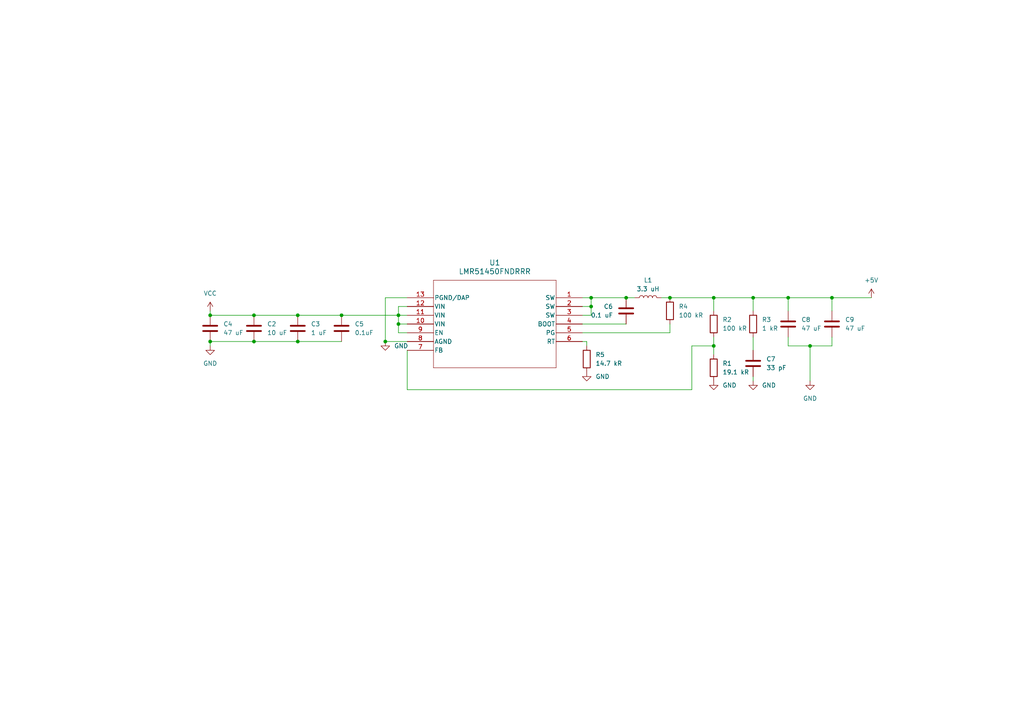
<source format=kicad_sch>
(kicad_sch (version 20231120) (generator "eeschema") (generator_version "8.0")
  (paper "A4")
  (lib_symbols
    (symbol "Device:C" (pin_numbers hide) (pin_names (offset 0.254))
      (property "Reference" "C" (at 0.635 2.54 0))
      (property "Value" "C" (at 0.635 -2.54 0))
      (symbol "C_0_1"
        (polyline (pts (xy -2.032 -0.762) (xy 2.032 -0.762)) (stroke (width 0.508)))
        (polyline (pts (xy -2.032 0.762) (xy 2.032 0.762)) (stroke (width 0.508)))
      )
      (symbol "C_1_1"
        (pin passive line (at 0 3.81 270) (length 2.794) (name "~") (number "1"))
        (pin passive line (at 0 -3.81 90) (length 2.794) (name "~") (number "2"))
      )
    )
    (symbol "Device:L" (pin_numbers hide) (pin_names (offset 1.016) hide)
      (property "Reference" "L" (at -1.27 0 90))
      (property "Value" "L" (at 1.905 0 90))
      (symbol "L_0_1"
        (arc (start 0 -2.54) (mid 0.6323 -1.905) (end 0 -1.27))
        (arc (start 0 -1.27) (mid 0.6323 -0.635) (end 0 0))
        (arc (start 0 0) (mid 0.6323 0.635) (end 0 1.27))
        (arc (start 0 1.27) (mid 0.6323 1.905) (end 0 2.54))
      )
      (symbol "L_1_1"
        (pin passive line (at 0 3.81 270) (length 1.27) (name "1") (number "1"))
        (pin passive line (at 0 -3.81 90) (length 1.27) (name "2") (number "2"))
      )
    )
    (symbol "Device:R" (pin_numbers hide) (pin_names (offset 0))
      (property "Reference" "R" (at 2.032 0 90))
      (property "Value" "R" (at 0 0 90))
      (symbol "R_0_1"
        (rectangle (start -1.016 -2.54) (end 1.016 2.54) (stroke (width 0.254)))
      )
      (symbol "R_1_1"
        (pin passive line (at 0 3.81 270) (length 1.27) (name "~") (number "1"))
        (pin passive line (at 0 -3.81 90) (length 1.27) (name "~") (number "2"))
      )
    )
    (symbol "power:+5V" (power) (pin_names (offset 0))
      (property "Value" "+5V" (at 0 3.556 0))
      (symbol "+5V_0_1"
        (polyline (pts (xy -0.762 1.27) (xy 0 2.54)))
        (polyline (pts (xy 0 0) (xy 0 2.54)))
        (polyline (pts (xy 0 2.54) (xy 0.762 1.27)))
      )
      (symbol "+5V_1_1"
        (pin power_in line (at 0 0 90) (length 0) hide (name "+5V") (number "1"))
      )
    )
    (symbol "power:GND" (power) (pin_names (offset 0))
      (property "Value" "GND" (at 0 -3.81 0))
      (symbol "GND_0_1"
        (polyline (pts (xy 0 0) (xy 0 -1.27) (xy 1.27 -1.27) (xy 0 -2.54) (xy -1.27 -1.27) (xy 0 -1.27)))
      )
      (symbol "GND_1_1"
        (pin power_in line (at 0 0 270) (length 0) hide (name "GND") (number "1"))
      )
    )
    (symbol "power:VCC" (power) (pin_names (offset 0))
      (property "Value" "VCC" (at 0 3.81 0))
      (symbol "VCC_0_1"
        (polyline (pts (xy -0.762 1.27) (xy 0 2.54)))
        (polyline (pts (xy 0 0) (xy 0 2.54)))
        (polyline (pts (xy 0 2.54) (xy 0.762 1.27)))
      )
      (symbol "VCC_1_1"
        (pin power_in line (at 0 0 90) (length 0) hide (name "VCC") (number "1"))
      )
    )
    (symbol "rephat-symbols:LMR51450FNDRRR" (pin_names (offset 0.254))
      (property "Reference" "U" (at 25.4 10.16 0))
      (property "Value" "LMR51450FNDRRR" (at 25.4 7.62 0))
      (symbol "LMR51450FNDRRR_0_1"
        (polyline (pts (xy 7.62 -20.32) (xy 43.18 -20.32)) (stroke (width 0.127)))
        (polyline (pts (xy 7.62 5.08) (xy 7.62 -20.32)) (stroke (width 0.127)))
        (polyline (pts (xy 43.18 -20.32) (xy 43.18 5.08)) (stroke (width 0.127)))
        (polyline (pts (xy 43.18 5.08) (xy 7.62 5.08)) (stroke (width 0.127)))
        (pin unspecified line (at 0 0 0) (length 7.62) (name "SW") (number "1"))
        (pin unspecified line (at 50.8 -7.62 180) (length 7.62) (name "VIN") (number "10"))
        (pin unspecified line (at 50.8 -5.08 180) (length 7.62) (name "VIN") (number "11"))
        (pin unspecified line (at 50.8 -2.54 180) (length 7.62) (name "VIN") (number "12"))
        (pin power_out line (at 50.8 0 180) (length 7.62) (name "PGND/DAP") (number "13"))
        (pin unspecified line (at 0 -2.54 0) (length 7.62) (name "SW") (number "2"))
        (pin unspecified line (at 0 -5.08 0) (length 7.62) (name "SW") (number "3"))
        (pin unspecified line (at 0 -7.62 0) (length 7.62) (name "BOOT") (number "4"))
        (pin unspecified line (at 0 -10.16 0) (length 7.62) (name "PG") (number "5"))
        (pin unspecified line (at 50.8 -15.24 180) (length 7.62) (name "FB") (number "7"))
        (pin power_out line (at 50.8 -12.7 180) (length 7.62) (name "AGND") (number "8"))
        (pin unspecified line (at 50.8 -10.16 180) (length 7.62) (name "EN") (number "9"))
      )
      (symbol "LMR51450FNDRRR_1_1"
        (pin unspecified line (at 0 -12.7 0) (length 7.62) (name "RT") (number "6"))
      )
    )
  )
  (junction (at 207.01 86.36))
  (junction (at 228.6 86.36))
  (junction (at 73.66 99.06))
  (junction (at 181.61 86.36))
  (junction (at 73.66 91.44))
  (junction (at 171.45 86.36))
  (junction (at 115.57 91.44))
  (junction (at 218.44 86.36))
  (junction (at 234.95 100.33))
  (junction (at 60.96 99.06))
  (junction (at 60.96 91.44))
  (junction (at 99.06 91.44))
  (junction (at 115.57 93.98))
  (junction (at 86.36 91.44))
  (junction (at 241.3 86.36))
  (junction (at 207.01 100.33))
  (junction (at 171.45 88.9))
  (junction (at 111.76 99.06))
  (junction (at 194.31 86.36))
  (junction (at 86.36 99.06))
  (wire (pts (xy 170.18 99.06) (xy 170.18 100.33)))
  (wire (pts (xy 73.66 99.06) (xy 86.36 99.06)))
  (wire (pts (xy 168.91 96.52) (xy 194.31 96.52)))
  (wire (pts (xy 168.91 93.98) (xy 181.61 93.98)))
  (wire (pts (xy 218.44 86.36) (xy 228.6 86.36)))
  (wire (pts (xy 171.45 86.36) (xy 181.61 86.36)))
  (wire (pts (xy 234.95 110.49) (xy 234.95 100.33)))
  (wire (pts (xy 168.91 99.06) (xy 170.18 99.06)))
  (wire (pts (xy 168.91 86.36) (xy 171.45 86.36)))
  (wire (pts (xy 200.66 100.33) (xy 200.66 113.03)))
  (wire (pts (xy 228.6 86.36) (xy 241.3 86.36)))
  (wire (pts (xy 207.01 100.33) (xy 207.01 102.87)))
  (wire (pts (xy 171.45 88.9) (xy 171.45 91.44)))
  (wire (pts (xy 73.66 91.44) (xy 86.36 91.44)))
  (wire (pts (xy 60.96 91.44) (xy 73.66 91.44)))
  (wire (pts (xy 228.6 100.33) (xy 228.6 97.79)))
  (wire (pts (xy 115.57 93.98) (xy 115.57 91.44)))
  (wire (pts (xy 241.3 100.33) (xy 241.3 97.79)))
  (wire (pts (xy 171.45 86.36) (xy 171.45 88.9)))
  (wire (pts (xy 115.57 88.9) (xy 118.11 88.9)))
  (wire (pts (xy 111.76 86.36) (xy 111.76 99.06)))
  (wire (pts (xy 111.76 86.36) (xy 118.11 86.36)))
  (wire (pts (xy 115.57 91.44) (xy 115.57 88.9)))
  (wire (pts (xy 115.57 96.52) (xy 115.57 93.98)))
  (wire (pts (xy 171.45 91.44) (xy 168.91 91.44)))
  (wire (pts (xy 207.01 100.33) (xy 200.66 100.33)))
  (wire (pts (xy 200.66 113.03) (xy 118.11 113.03)))
  (wire (pts (xy 115.57 93.98) (xy 118.11 93.98)))
  (wire (pts (xy 218.44 86.36) (xy 218.44 90.17)))
  (wire (pts (xy 228.6 100.33) (xy 234.95 100.33)))
  (wire (pts (xy 99.06 91.44) (xy 115.57 91.44)))
  (wire (pts (xy 207.01 86.36) (xy 207.01 90.17)))
  (wire (pts (xy 118.11 113.03) (xy 118.11 101.6)))
  (wire (pts (xy 218.44 97.79) (xy 218.44 101.6)))
  (wire (pts (xy 184.15 86.36) (xy 181.61 86.36)))
  (wire (pts (xy 86.36 99.06) (xy 99.06 99.06)))
  (wire (pts (xy 241.3 86.36) (xy 241.3 90.17)))
  (wire (pts (xy 194.31 96.52) (xy 194.31 93.98)))
  (wire (pts (xy 228.6 86.36) (xy 228.6 90.17)))
  (wire (pts (xy 171.45 88.9) (xy 168.91 88.9)))
  (wire (pts (xy 207.01 86.36) (xy 218.44 86.36)))
  (wire (pts (xy 241.3 86.36) (xy 252.73 86.36)))
  (wire (pts (xy 60.96 90.17) (xy 60.96 91.44)))
  (wire (pts (xy 86.36 91.44) (xy 99.06 91.44)))
  (wire (pts (xy 115.57 96.52) (xy 118.11 96.52)))
  (wire (pts (xy 194.31 86.36) (xy 207.01 86.36)))
  (wire (pts (xy 191.77 86.36) (xy 194.31 86.36)))
  (wire (pts (xy 218.44 109.22) (xy 218.44 110.49)))
  (wire (pts (xy 111.76 99.06) (xy 118.11 99.06)))
  (wire (pts (xy 234.95 100.33) (xy 241.3 100.33)))
  (wire (pts (xy 60.96 99.06) (xy 73.66 99.06)))
  (wire (pts (xy 115.57 91.44) (xy 118.11 91.44)))
  (wire (pts (xy 207.01 97.79) (xy 207.01 100.33)))
  (wire (pts (xy 60.96 100.33) (xy 60.96 99.06)))
  (symbol (lib_id "rephat-symbols:LMR51450FNDRRR") (at 168.91 86.36 0) (mirror y) (unit 1)
    (property "Reference" "U1" (at 143.51 76.2 0) (effects (font (size 1.524 1.524))))
    (property "Value" "LMR51450FNDRRR" (at 143.51 78.74 0) (effects (font (size 1.524 1.524))))
    (property "Footprint" "rephat-parts:WSON_SDRRR_TEX" (effects (hide yes)))
    (property "Datasheet" "LMR51450FNDRRR" (effects (hide yes)))
  )
  (symbol (lib_id "Device:C") (at 99.06 95.25 0) (unit 1)
    (property "Reference" "C5" (at 102.87 93.98 0) (effects (justify left)))
    (property "Value" "0.1uF" (at 102.87 96.52 0) (effects (justify left)))
    (property "Footprint" "Capacitor_SMD:C_0603_1608Metric" (effects (hide yes)))
  )
  (symbol (lib_id "Device:L") (at 187.96 86.36 270) (mirror x) (unit 1)
    (property "Reference" "L1" (at 187.96 81.28 90))
    (property "Value" "3.3 uH" (at 187.96 83.82 90))
    (property "Footprint" "rephat-parts:L_Wuerth_WE-PD4-Typ-L" (effects (hide yes)))
  )
  (symbol (lib_id "Device:R") (at 218.44 93.98 0) (unit 1)
    (property "Reference" "R3" (at 220.98 92.71 0) (effects (justify left)))
    (property "Value" "1 kR" (at 220.98 95.25 0) (effects (justify left)))
    (property "Footprint" "Resistor_SMD:R_0603_1608Metric" (effects (hide yes)))
  )
  (symbol (lib_id "Device:R") (at 170.18 104.14 0) (unit 1)
    (property "Reference" "R5" (at 172.72 102.87 0) (effects (justify left)))
    (property "Value" "14.7 kR" (at 172.72 105.41 0) (effects (justify left)))
    (property "Footprint" "Resistor_SMD:R_0603_1608Metric" (effects (hide yes)))
  )
  (symbol (lib_id "Device:R") (at 207.01 106.68 0) (unit 1)
    (property "Reference" "R1" (at 209.55 105.41 0) (effects (justify left)))
    (property "Value" "19.1 kR" (at 209.55 107.95 0) (effects (justify left)))
    (property "Footprint" "Resistor_SMD:R_0603_1608Metric" (effects (hide yes)))
  )
  (symbol (lib_id "Device:C") (at 60.96 95.25 0) (unit 1)
    (property "Reference" "C4" (at 64.77 93.98 0) (effects (justify left)))
    (property "Value" "47 uF" (at 64.77 96.52 0) (effects (justify left)))
    (property "Footprint" "Capacitor_SMD:C_1206_3216Metric" (effects (hide yes)))
  )
  (symbol (lib_id "Device:C") (at 73.66 95.25 0) (unit 1)
    (property "Reference" "C2" (at 77.47 93.98 0) (effects (justify left)))
    (property "Value" "10 uF" (at 77.47 96.52 0) (effects (justify left)))
    (property "Footprint" "Capacitor_SMD:C_0603_1608Metric" (effects (hide yes)))
  )
  (symbol (lib_id "power:GND") (at 60.96 100.33 0) (unit 1)
    (property "Reference" "#PWR06" (effects (hide yes)))
    (property "Value" "GND" (at 60.96 105.41 0))
  )
  (symbol (lib_id "Device:C") (at 241.3 93.98 0) (unit 1)
    (property "Reference" "C9" (at 245.11 92.71 0) (effects (justify left)))
    (property "Value" "47 uF" (at 245.11 95.25 0) (effects (justify left)))
    (property "Footprint" "Capacitor_SMD:C_1206_3216Metric" (effects (hide yes)))
  )
  (symbol (lib_id "power:GND") (at 207.01 110.49 0) (unit 1)
    (property "Reference" "#PWR045" (effects (hide yes)))
    (property "Value" "GND" (at 209.55 111.76 0) (effects (justify left)))
  )
  (symbol (lib_id "Device:C") (at 86.36 95.25 0) (unit 1)
    (property "Reference" "C3" (at 90.17 93.98 0) (effects (justify left)))
    (property "Value" "1 uF" (at 90.17 96.52 0) (effects (justify left)))
    (property "Footprint" "Capacitor_SMD:C_0603_1608Metric" (effects (hide yes)))
  )
  (symbol (lib_id "Device:R") (at 194.31 90.17 0) (unit 1)
    (property "Reference" "R4" (at 196.85 88.9 0) (effects (justify left)))
    (property "Value" "100 kR" (at 196.85 91.44 0) (effects (justify left)))
    (property "Footprint" "Resistor_SMD:R_0603_1608Metric" (effects (hide yes)))
  )
  (symbol (lib_id "power:VCC") (at 60.96 90.17 0) (unit 1)
    (property "Reference" "#PWR05" (effects (hide yes)))
    (property "Value" "VCC" (at 60.96 85.09 0))
  )
  (symbol (lib_id "Device:R") (at 207.01 93.98 0) (unit 1)
    (property "Reference" "R2" (at 209.55 92.71 0) (effects (justify left)))
    (property "Value" "100 kR" (at 209.55 95.25 0) (effects (justify left)))
    (property "Footprint" "Resistor_SMD:R_0603_1608Metric" (effects (hide yes)))
  )
  (symbol (lib_id "power:GND") (at 111.76 99.06 0) (unit 1)
    (property "Reference" "#PWR09" (effects (hide yes)))
    (property "Value" "GND" (at 114.3 100.33 0) (effects (justify left)))
  )
  (symbol (lib_id "power:GND") (at 234.95 110.49 0) (unit 1)
    (property "Reference" "#PWR013" (effects (hide yes)))
    (property "Value" "GND" (at 234.95 115.57 0))
  )
  (symbol (lib_id "power:GND") (at 170.18 107.95 0) (unit 1)
    (property "Reference" "#PWR011" (effects (hide yes)))
    (property "Value" "GND" (at 172.72 109.22 0) (effects (justify left)))
  )
  (symbol (lib_id "power:+5V") (at 252.73 86.36 0) (unit 1)
    (property "Reference" "#PWR012" (effects (hide yes)))
    (property "Value" "+5V" (at 252.73 81.28 0))
  )
  (symbol (lib_id "Device:C") (at 218.44 105.41 0) (unit 1)
    (property "Reference" "C7" (at 222.25 104.14 0) (effects (justify left)))
    (property "Value" "33 pF" (at 222.25 106.68 0) (effects (justify left)))
    (property "Footprint" "Capacitor_SMD:C_0603_1608Metric" (effects (hide yes)))
  )
  (symbol (lib_id "Device:C") (at 181.61 90.17 0) (mirror y) (unit 1)
    (property "Reference" "C6" (at 177.8 88.9 0) (effects (justify left)))
    (property "Value" "0.1 uF" (at 177.8 91.44 0) (effects (justify left)))
    (property "Footprint" "Capacitor_SMD:C_0603_1608Metric" (effects (hide yes)))
  )
  (symbol (lib_id "power:GND") (at 218.44 110.49 0) (unit 1)
    (property "Reference" "#PWR046" (effects (hide yes)))
    (property "Value" "GND" (at 220.98 111.76 0) (effects (justify left)))
  )
  (symbol (lib_id "Device:C") (at 228.6 93.98 0) (unit 1)
    (property "Reference" "C8" (at 232.41 92.71 0) (effects (justify left)))
    (property "Value" "47 uF" (at 232.41 95.25 0) (effects (justify left)))
    (property "Footprint" "Capacitor_SMD:C_1206_3216Metric" (effects (hide yes)))
  )
)
</source>
